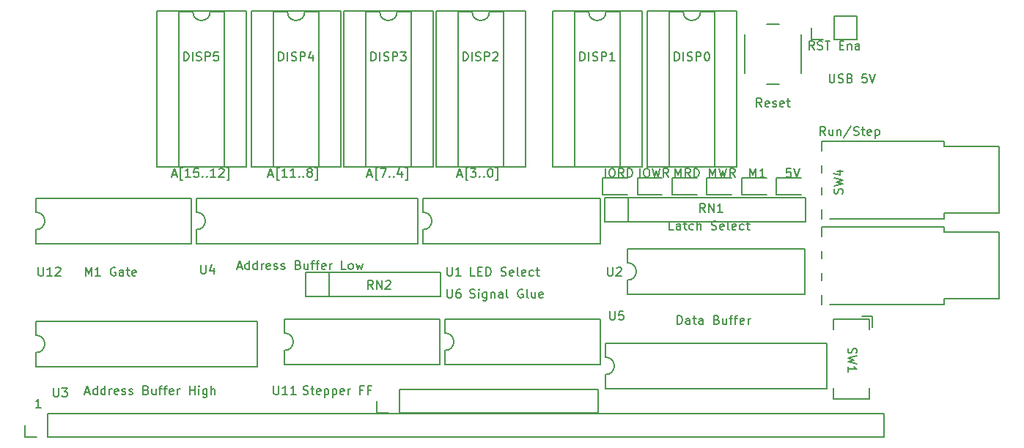
<source format=gto>
G04 #@! TF.GenerationSoftware,KiCad,Pcbnew,(5.1.0-0)*
G04 #@! TF.CreationDate,2019-04-18T13:44:00-07:00*
G04 #@! TF.ProjectId,rc2014_monitor,72633230-3134-45f6-9d6f-6e69746f722e,rev?*
G04 #@! TF.SameCoordinates,Original*
G04 #@! TF.FileFunction,Legend,Top*
G04 #@! TF.FilePolarity,Positive*
%FSLAX46Y46*%
G04 Gerber Fmt 4.6, Leading zero omitted, Abs format (unit mm)*
G04 Created by KiCad (PCBNEW (5.1.0-0)) date 2019-04-18 13:44:00*
%MOMM*%
%LPD*%
G04 APERTURE LIST*
%ADD10C,0.152400*%
G04 APERTURE END LIST*
D10*
X151196000Y-102869619D02*
X150712190Y-102869619D01*
X150712190Y-101853619D01*
X151970095Y-102869619D02*
X151970095Y-102337428D01*
X151921714Y-102240666D01*
X151824952Y-102192285D01*
X151631428Y-102192285D01*
X151534666Y-102240666D01*
X151970095Y-102821238D02*
X151873333Y-102869619D01*
X151631428Y-102869619D01*
X151534666Y-102821238D01*
X151486285Y-102724476D01*
X151486285Y-102627714D01*
X151534666Y-102530952D01*
X151631428Y-102482571D01*
X151873333Y-102482571D01*
X151970095Y-102434190D01*
X152308761Y-102192285D02*
X152695809Y-102192285D01*
X152453904Y-101853619D02*
X152453904Y-102724476D01*
X152502285Y-102821238D01*
X152599047Y-102869619D01*
X152695809Y-102869619D01*
X153469904Y-102821238D02*
X153373142Y-102869619D01*
X153179619Y-102869619D01*
X153082857Y-102821238D01*
X153034476Y-102772857D01*
X152986095Y-102676095D01*
X152986095Y-102385809D01*
X153034476Y-102289047D01*
X153082857Y-102240666D01*
X153179619Y-102192285D01*
X153373142Y-102192285D01*
X153469904Y-102240666D01*
X153905333Y-102869619D02*
X153905333Y-101853619D01*
X154340761Y-102869619D02*
X154340761Y-102337428D01*
X154292380Y-102240666D01*
X154195619Y-102192285D01*
X154050476Y-102192285D01*
X153953714Y-102240666D01*
X153905333Y-102289047D01*
X155550285Y-102821238D02*
X155695428Y-102869619D01*
X155937333Y-102869619D01*
X156034095Y-102821238D01*
X156082476Y-102772857D01*
X156130857Y-102676095D01*
X156130857Y-102579333D01*
X156082476Y-102482571D01*
X156034095Y-102434190D01*
X155937333Y-102385809D01*
X155743809Y-102337428D01*
X155647047Y-102289047D01*
X155598666Y-102240666D01*
X155550285Y-102143904D01*
X155550285Y-102047142D01*
X155598666Y-101950380D01*
X155647047Y-101902000D01*
X155743809Y-101853619D01*
X155985714Y-101853619D01*
X156130857Y-101902000D01*
X156953333Y-102821238D02*
X156856571Y-102869619D01*
X156663047Y-102869619D01*
X156566285Y-102821238D01*
X156517904Y-102724476D01*
X156517904Y-102337428D01*
X156566285Y-102240666D01*
X156663047Y-102192285D01*
X156856571Y-102192285D01*
X156953333Y-102240666D01*
X157001714Y-102337428D01*
X157001714Y-102434190D01*
X156517904Y-102530952D01*
X157582285Y-102869619D02*
X157485523Y-102821238D01*
X157437142Y-102724476D01*
X157437142Y-101853619D01*
X158356380Y-102821238D02*
X158259619Y-102869619D01*
X158066095Y-102869619D01*
X157969333Y-102821238D01*
X157920952Y-102724476D01*
X157920952Y-102337428D01*
X157969333Y-102240666D01*
X158066095Y-102192285D01*
X158259619Y-102192285D01*
X158356380Y-102240666D01*
X158404761Y-102337428D01*
X158404761Y-102434190D01*
X157920952Y-102530952D01*
X159275619Y-102821238D02*
X159178857Y-102869619D01*
X158985333Y-102869619D01*
X158888571Y-102821238D01*
X158840190Y-102772857D01*
X158791809Y-102676095D01*
X158791809Y-102385809D01*
X158840190Y-102289047D01*
X158888571Y-102240666D01*
X158985333Y-102192285D01*
X159178857Y-102192285D01*
X159275619Y-102240666D01*
X159565904Y-102192285D02*
X159952952Y-102192285D01*
X159711047Y-101853619D02*
X159711047Y-102724476D01*
X159759428Y-102821238D01*
X159856190Y-102869619D01*
X159952952Y-102869619D01*
X83269142Y-108203619D02*
X83269142Y-107187619D01*
X83607809Y-107913333D01*
X83946476Y-107187619D01*
X83946476Y-108203619D01*
X84962476Y-108203619D02*
X84381904Y-108203619D01*
X84672190Y-108203619D02*
X84672190Y-107187619D01*
X84575428Y-107332761D01*
X84478666Y-107429523D01*
X84381904Y-107477904D01*
X86704190Y-107236000D02*
X86607428Y-107187619D01*
X86462285Y-107187619D01*
X86317142Y-107236000D01*
X86220380Y-107332761D01*
X86172000Y-107429523D01*
X86123619Y-107623047D01*
X86123619Y-107768190D01*
X86172000Y-107961714D01*
X86220380Y-108058476D01*
X86317142Y-108155238D01*
X86462285Y-108203619D01*
X86559047Y-108203619D01*
X86704190Y-108155238D01*
X86752571Y-108106857D01*
X86752571Y-107768190D01*
X86559047Y-107768190D01*
X87623428Y-108203619D02*
X87623428Y-107671428D01*
X87575047Y-107574666D01*
X87478285Y-107526285D01*
X87284761Y-107526285D01*
X87188000Y-107574666D01*
X87623428Y-108155238D02*
X87526666Y-108203619D01*
X87284761Y-108203619D01*
X87188000Y-108155238D01*
X87139619Y-108058476D01*
X87139619Y-107961714D01*
X87188000Y-107864952D01*
X87284761Y-107816571D01*
X87526666Y-107816571D01*
X87623428Y-107768190D01*
X87962095Y-107526285D02*
X88349142Y-107526285D01*
X88107238Y-107187619D02*
X88107238Y-108058476D01*
X88155619Y-108155238D01*
X88252380Y-108203619D01*
X88349142Y-108203619D01*
X89074857Y-108155238D02*
X88978095Y-108203619D01*
X88784571Y-108203619D01*
X88687809Y-108155238D01*
X88639428Y-108058476D01*
X88639428Y-107671428D01*
X88687809Y-107574666D01*
X88784571Y-107526285D01*
X88978095Y-107526285D01*
X89074857Y-107574666D01*
X89123238Y-107671428D01*
X89123238Y-107768190D01*
X88639428Y-107864952D01*
X128251333Y-108203619D02*
X127767523Y-108203619D01*
X127767523Y-107187619D01*
X128590000Y-107671428D02*
X128928666Y-107671428D01*
X129073809Y-108203619D02*
X128590000Y-108203619D01*
X128590000Y-107187619D01*
X129073809Y-107187619D01*
X129509238Y-108203619D02*
X129509238Y-107187619D01*
X129751142Y-107187619D01*
X129896285Y-107236000D01*
X129993047Y-107332761D01*
X130041428Y-107429523D01*
X130089809Y-107623047D01*
X130089809Y-107768190D01*
X130041428Y-107961714D01*
X129993047Y-108058476D01*
X129896285Y-108155238D01*
X129751142Y-108203619D01*
X129509238Y-108203619D01*
X131250952Y-108155238D02*
X131396095Y-108203619D01*
X131638000Y-108203619D01*
X131734761Y-108155238D01*
X131783142Y-108106857D01*
X131831523Y-108010095D01*
X131831523Y-107913333D01*
X131783142Y-107816571D01*
X131734761Y-107768190D01*
X131638000Y-107719809D01*
X131444476Y-107671428D01*
X131347714Y-107623047D01*
X131299333Y-107574666D01*
X131250952Y-107477904D01*
X131250952Y-107381142D01*
X131299333Y-107284380D01*
X131347714Y-107236000D01*
X131444476Y-107187619D01*
X131686380Y-107187619D01*
X131831523Y-107236000D01*
X132654000Y-108155238D02*
X132557238Y-108203619D01*
X132363714Y-108203619D01*
X132266952Y-108155238D01*
X132218571Y-108058476D01*
X132218571Y-107671428D01*
X132266952Y-107574666D01*
X132363714Y-107526285D01*
X132557238Y-107526285D01*
X132654000Y-107574666D01*
X132702380Y-107671428D01*
X132702380Y-107768190D01*
X132218571Y-107864952D01*
X133282952Y-108203619D02*
X133186190Y-108155238D01*
X133137809Y-108058476D01*
X133137809Y-107187619D01*
X134057047Y-108155238D02*
X133960285Y-108203619D01*
X133766761Y-108203619D01*
X133670000Y-108155238D01*
X133621619Y-108058476D01*
X133621619Y-107671428D01*
X133670000Y-107574666D01*
X133766761Y-107526285D01*
X133960285Y-107526285D01*
X134057047Y-107574666D01*
X134105428Y-107671428D01*
X134105428Y-107768190D01*
X133621619Y-107864952D01*
X134976285Y-108155238D02*
X134879523Y-108203619D01*
X134686000Y-108203619D01*
X134589238Y-108155238D01*
X134540857Y-108106857D01*
X134492476Y-108010095D01*
X134492476Y-107719809D01*
X134540857Y-107623047D01*
X134589238Y-107574666D01*
X134686000Y-107526285D01*
X134879523Y-107526285D01*
X134976285Y-107574666D01*
X135266571Y-107526285D02*
X135653619Y-107526285D01*
X135411714Y-107187619D02*
X135411714Y-108058476D01*
X135460095Y-108155238D01*
X135556857Y-108203619D01*
X135653619Y-108203619D01*
X108390952Y-121871238D02*
X108536095Y-121919619D01*
X108778000Y-121919619D01*
X108874761Y-121871238D01*
X108923142Y-121822857D01*
X108971523Y-121726095D01*
X108971523Y-121629333D01*
X108923142Y-121532571D01*
X108874761Y-121484190D01*
X108778000Y-121435809D01*
X108584476Y-121387428D01*
X108487714Y-121339047D01*
X108439333Y-121290666D01*
X108390952Y-121193904D01*
X108390952Y-121097142D01*
X108439333Y-121000380D01*
X108487714Y-120952000D01*
X108584476Y-120903619D01*
X108826380Y-120903619D01*
X108971523Y-120952000D01*
X109261809Y-121242285D02*
X109648857Y-121242285D01*
X109406952Y-120903619D02*
X109406952Y-121774476D01*
X109455333Y-121871238D01*
X109552095Y-121919619D01*
X109648857Y-121919619D01*
X110374571Y-121871238D02*
X110277809Y-121919619D01*
X110084285Y-121919619D01*
X109987523Y-121871238D01*
X109939142Y-121774476D01*
X109939142Y-121387428D01*
X109987523Y-121290666D01*
X110084285Y-121242285D01*
X110277809Y-121242285D01*
X110374571Y-121290666D01*
X110422952Y-121387428D01*
X110422952Y-121484190D01*
X109939142Y-121580952D01*
X110858380Y-121242285D02*
X110858380Y-122258285D01*
X110858380Y-121290666D02*
X110955142Y-121242285D01*
X111148666Y-121242285D01*
X111245428Y-121290666D01*
X111293809Y-121339047D01*
X111342190Y-121435809D01*
X111342190Y-121726095D01*
X111293809Y-121822857D01*
X111245428Y-121871238D01*
X111148666Y-121919619D01*
X110955142Y-121919619D01*
X110858380Y-121871238D01*
X111777619Y-121242285D02*
X111777619Y-122258285D01*
X111777619Y-121290666D02*
X111874380Y-121242285D01*
X112067904Y-121242285D01*
X112164666Y-121290666D01*
X112213047Y-121339047D01*
X112261428Y-121435809D01*
X112261428Y-121726095D01*
X112213047Y-121822857D01*
X112164666Y-121871238D01*
X112067904Y-121919619D01*
X111874380Y-121919619D01*
X111777619Y-121871238D01*
X113083904Y-121871238D02*
X112987142Y-121919619D01*
X112793619Y-121919619D01*
X112696857Y-121871238D01*
X112648476Y-121774476D01*
X112648476Y-121387428D01*
X112696857Y-121290666D01*
X112793619Y-121242285D01*
X112987142Y-121242285D01*
X113083904Y-121290666D01*
X113132285Y-121387428D01*
X113132285Y-121484190D01*
X112648476Y-121580952D01*
X113567714Y-121919619D02*
X113567714Y-121242285D01*
X113567714Y-121435809D02*
X113616095Y-121339047D01*
X113664476Y-121290666D01*
X113761238Y-121242285D01*
X113858000Y-121242285D01*
X115309428Y-121387428D02*
X114970761Y-121387428D01*
X114970761Y-121919619D02*
X114970761Y-120903619D01*
X115454571Y-120903619D01*
X116180285Y-121387428D02*
X115841619Y-121387428D01*
X115841619Y-121919619D02*
X115841619Y-120903619D01*
X116325428Y-120903619D01*
X127658666Y-110695238D02*
X127803809Y-110743619D01*
X128045714Y-110743619D01*
X128142476Y-110695238D01*
X128190857Y-110646857D01*
X128239238Y-110550095D01*
X128239238Y-110453333D01*
X128190857Y-110356571D01*
X128142476Y-110308190D01*
X128045714Y-110259809D01*
X127852190Y-110211428D01*
X127755428Y-110163047D01*
X127707047Y-110114666D01*
X127658666Y-110017904D01*
X127658666Y-109921142D01*
X127707047Y-109824380D01*
X127755428Y-109776000D01*
X127852190Y-109727619D01*
X128094095Y-109727619D01*
X128239238Y-109776000D01*
X128674666Y-110743619D02*
X128674666Y-110066285D01*
X128674666Y-109727619D02*
X128626285Y-109776000D01*
X128674666Y-109824380D01*
X128723047Y-109776000D01*
X128674666Y-109727619D01*
X128674666Y-109824380D01*
X129593904Y-110066285D02*
X129593904Y-110888761D01*
X129545523Y-110985523D01*
X129497142Y-111033904D01*
X129400380Y-111082285D01*
X129255238Y-111082285D01*
X129158476Y-111033904D01*
X129593904Y-110695238D02*
X129497142Y-110743619D01*
X129303619Y-110743619D01*
X129206857Y-110695238D01*
X129158476Y-110646857D01*
X129110095Y-110550095D01*
X129110095Y-110259809D01*
X129158476Y-110163047D01*
X129206857Y-110114666D01*
X129303619Y-110066285D01*
X129497142Y-110066285D01*
X129593904Y-110114666D01*
X130077714Y-110066285D02*
X130077714Y-110743619D01*
X130077714Y-110163047D02*
X130126095Y-110114666D01*
X130222857Y-110066285D01*
X130368000Y-110066285D01*
X130464761Y-110114666D01*
X130513142Y-110211428D01*
X130513142Y-110743619D01*
X131432380Y-110743619D02*
X131432380Y-110211428D01*
X131384000Y-110114666D01*
X131287238Y-110066285D01*
X131093714Y-110066285D01*
X130996952Y-110114666D01*
X131432380Y-110695238D02*
X131335619Y-110743619D01*
X131093714Y-110743619D01*
X130996952Y-110695238D01*
X130948571Y-110598476D01*
X130948571Y-110501714D01*
X130996952Y-110404952D01*
X131093714Y-110356571D01*
X131335619Y-110356571D01*
X131432380Y-110308190D01*
X132061333Y-110743619D02*
X131964571Y-110695238D01*
X131916190Y-110598476D01*
X131916190Y-109727619D01*
X133754666Y-109776000D02*
X133657904Y-109727619D01*
X133512761Y-109727619D01*
X133367619Y-109776000D01*
X133270857Y-109872761D01*
X133222476Y-109969523D01*
X133174095Y-110163047D01*
X133174095Y-110308190D01*
X133222476Y-110501714D01*
X133270857Y-110598476D01*
X133367619Y-110695238D01*
X133512761Y-110743619D01*
X133609523Y-110743619D01*
X133754666Y-110695238D01*
X133803047Y-110646857D01*
X133803047Y-110308190D01*
X133609523Y-110308190D01*
X134383619Y-110743619D02*
X134286857Y-110695238D01*
X134238476Y-110598476D01*
X134238476Y-109727619D01*
X135206095Y-110066285D02*
X135206095Y-110743619D01*
X134770666Y-110066285D02*
X134770666Y-110598476D01*
X134819047Y-110695238D01*
X134915809Y-110743619D01*
X135060952Y-110743619D01*
X135157714Y-110695238D01*
X135206095Y-110646857D01*
X136076952Y-110695238D02*
X135980190Y-110743619D01*
X135786666Y-110743619D01*
X135689904Y-110695238D01*
X135641523Y-110598476D01*
X135641523Y-110211428D01*
X135689904Y-110114666D01*
X135786666Y-110066285D01*
X135980190Y-110066285D01*
X136076952Y-110114666D01*
X136125333Y-110211428D01*
X136125333Y-110308190D01*
X135641523Y-110404952D01*
X151607238Y-113791619D02*
X151607238Y-112775619D01*
X151849142Y-112775619D01*
X151994285Y-112824000D01*
X152091047Y-112920761D01*
X152139428Y-113017523D01*
X152187809Y-113211047D01*
X152187809Y-113356190D01*
X152139428Y-113549714D01*
X152091047Y-113646476D01*
X151994285Y-113743238D01*
X151849142Y-113791619D01*
X151607238Y-113791619D01*
X153058666Y-113791619D02*
X153058666Y-113259428D01*
X153010285Y-113162666D01*
X152913523Y-113114285D01*
X152720000Y-113114285D01*
X152623238Y-113162666D01*
X153058666Y-113743238D02*
X152961904Y-113791619D01*
X152720000Y-113791619D01*
X152623238Y-113743238D01*
X152574857Y-113646476D01*
X152574857Y-113549714D01*
X152623238Y-113452952D01*
X152720000Y-113404571D01*
X152961904Y-113404571D01*
X153058666Y-113356190D01*
X153397333Y-113114285D02*
X153784380Y-113114285D01*
X153542476Y-112775619D02*
X153542476Y-113646476D01*
X153590857Y-113743238D01*
X153687619Y-113791619D01*
X153784380Y-113791619D01*
X154558476Y-113791619D02*
X154558476Y-113259428D01*
X154510095Y-113162666D01*
X154413333Y-113114285D01*
X154219809Y-113114285D01*
X154123047Y-113162666D01*
X154558476Y-113743238D02*
X154461714Y-113791619D01*
X154219809Y-113791619D01*
X154123047Y-113743238D01*
X154074666Y-113646476D01*
X154074666Y-113549714D01*
X154123047Y-113452952D01*
X154219809Y-113404571D01*
X154461714Y-113404571D01*
X154558476Y-113356190D01*
X156155047Y-113259428D02*
X156300190Y-113307809D01*
X156348571Y-113356190D01*
X156396952Y-113452952D01*
X156396952Y-113598095D01*
X156348571Y-113694857D01*
X156300190Y-113743238D01*
X156203428Y-113791619D01*
X155816380Y-113791619D01*
X155816380Y-112775619D01*
X156155047Y-112775619D01*
X156251809Y-112824000D01*
X156300190Y-112872380D01*
X156348571Y-112969142D01*
X156348571Y-113065904D01*
X156300190Y-113162666D01*
X156251809Y-113211047D01*
X156155047Y-113259428D01*
X155816380Y-113259428D01*
X157267809Y-113114285D02*
X157267809Y-113791619D01*
X156832380Y-113114285D02*
X156832380Y-113646476D01*
X156880761Y-113743238D01*
X156977523Y-113791619D01*
X157122666Y-113791619D01*
X157219428Y-113743238D01*
X157267809Y-113694857D01*
X157606476Y-113114285D02*
X157993523Y-113114285D01*
X157751619Y-113791619D02*
X157751619Y-112920761D01*
X157800000Y-112824000D01*
X157896761Y-112775619D01*
X157993523Y-112775619D01*
X158187047Y-113114285D02*
X158574095Y-113114285D01*
X158332190Y-113791619D02*
X158332190Y-112920761D01*
X158380571Y-112824000D01*
X158477333Y-112775619D01*
X158574095Y-112775619D01*
X159299809Y-113743238D02*
X159203047Y-113791619D01*
X159009523Y-113791619D01*
X158912761Y-113743238D01*
X158864380Y-113646476D01*
X158864380Y-113259428D01*
X158912761Y-113162666D01*
X159009523Y-113114285D01*
X159203047Y-113114285D01*
X159299809Y-113162666D01*
X159348190Y-113259428D01*
X159348190Y-113356190D01*
X158864380Y-113452952D01*
X159783619Y-113791619D02*
X159783619Y-113114285D01*
X159783619Y-113307809D02*
X159832000Y-113211047D01*
X159880380Y-113162666D01*
X159977142Y-113114285D01*
X160073904Y-113114285D01*
X100807238Y-107151333D02*
X101291047Y-107151333D01*
X100710476Y-107441619D02*
X101049142Y-106425619D01*
X101387809Y-107441619D01*
X102161904Y-107441619D02*
X102161904Y-106425619D01*
X102161904Y-107393238D02*
X102065142Y-107441619D01*
X101871619Y-107441619D01*
X101774857Y-107393238D01*
X101726476Y-107344857D01*
X101678095Y-107248095D01*
X101678095Y-106957809D01*
X101726476Y-106861047D01*
X101774857Y-106812666D01*
X101871619Y-106764285D01*
X102065142Y-106764285D01*
X102161904Y-106812666D01*
X103081142Y-107441619D02*
X103081142Y-106425619D01*
X103081142Y-107393238D02*
X102984380Y-107441619D01*
X102790857Y-107441619D01*
X102694095Y-107393238D01*
X102645714Y-107344857D01*
X102597333Y-107248095D01*
X102597333Y-106957809D01*
X102645714Y-106861047D01*
X102694095Y-106812666D01*
X102790857Y-106764285D01*
X102984380Y-106764285D01*
X103081142Y-106812666D01*
X103564952Y-107441619D02*
X103564952Y-106764285D01*
X103564952Y-106957809D02*
X103613333Y-106861047D01*
X103661714Y-106812666D01*
X103758476Y-106764285D01*
X103855238Y-106764285D01*
X104580952Y-107393238D02*
X104484190Y-107441619D01*
X104290666Y-107441619D01*
X104193904Y-107393238D01*
X104145523Y-107296476D01*
X104145523Y-106909428D01*
X104193904Y-106812666D01*
X104290666Y-106764285D01*
X104484190Y-106764285D01*
X104580952Y-106812666D01*
X104629333Y-106909428D01*
X104629333Y-107006190D01*
X104145523Y-107102952D01*
X105016380Y-107393238D02*
X105113142Y-107441619D01*
X105306666Y-107441619D01*
X105403428Y-107393238D01*
X105451809Y-107296476D01*
X105451809Y-107248095D01*
X105403428Y-107151333D01*
X105306666Y-107102952D01*
X105161523Y-107102952D01*
X105064761Y-107054571D01*
X105016380Y-106957809D01*
X105016380Y-106909428D01*
X105064761Y-106812666D01*
X105161523Y-106764285D01*
X105306666Y-106764285D01*
X105403428Y-106812666D01*
X105838857Y-107393238D02*
X105935619Y-107441619D01*
X106129142Y-107441619D01*
X106225904Y-107393238D01*
X106274285Y-107296476D01*
X106274285Y-107248095D01*
X106225904Y-107151333D01*
X106129142Y-107102952D01*
X105984000Y-107102952D01*
X105887238Y-107054571D01*
X105838857Y-106957809D01*
X105838857Y-106909428D01*
X105887238Y-106812666D01*
X105984000Y-106764285D01*
X106129142Y-106764285D01*
X106225904Y-106812666D01*
X107822476Y-106909428D02*
X107967619Y-106957809D01*
X108016000Y-107006190D01*
X108064380Y-107102952D01*
X108064380Y-107248095D01*
X108016000Y-107344857D01*
X107967619Y-107393238D01*
X107870857Y-107441619D01*
X107483809Y-107441619D01*
X107483809Y-106425619D01*
X107822476Y-106425619D01*
X107919238Y-106474000D01*
X107967619Y-106522380D01*
X108016000Y-106619142D01*
X108016000Y-106715904D01*
X107967619Y-106812666D01*
X107919238Y-106861047D01*
X107822476Y-106909428D01*
X107483809Y-106909428D01*
X108935238Y-106764285D02*
X108935238Y-107441619D01*
X108499809Y-106764285D02*
X108499809Y-107296476D01*
X108548190Y-107393238D01*
X108644952Y-107441619D01*
X108790095Y-107441619D01*
X108886857Y-107393238D01*
X108935238Y-107344857D01*
X109273904Y-106764285D02*
X109660952Y-106764285D01*
X109419047Y-107441619D02*
X109419047Y-106570761D01*
X109467428Y-106474000D01*
X109564190Y-106425619D01*
X109660952Y-106425619D01*
X109854476Y-106764285D02*
X110241523Y-106764285D01*
X109999619Y-107441619D02*
X109999619Y-106570761D01*
X110048000Y-106474000D01*
X110144761Y-106425619D01*
X110241523Y-106425619D01*
X110967238Y-107393238D02*
X110870476Y-107441619D01*
X110676952Y-107441619D01*
X110580190Y-107393238D01*
X110531809Y-107296476D01*
X110531809Y-106909428D01*
X110580190Y-106812666D01*
X110676952Y-106764285D01*
X110870476Y-106764285D01*
X110967238Y-106812666D01*
X111015619Y-106909428D01*
X111015619Y-107006190D01*
X110531809Y-107102952D01*
X111451047Y-107441619D02*
X111451047Y-106764285D01*
X111451047Y-106957809D02*
X111499428Y-106861047D01*
X111547809Y-106812666D01*
X111644571Y-106764285D01*
X111741333Y-106764285D01*
X113337904Y-107441619D02*
X112854095Y-107441619D01*
X112854095Y-106425619D01*
X113821714Y-107441619D02*
X113724952Y-107393238D01*
X113676571Y-107344857D01*
X113628190Y-107248095D01*
X113628190Y-106957809D01*
X113676571Y-106861047D01*
X113724952Y-106812666D01*
X113821714Y-106764285D01*
X113966857Y-106764285D01*
X114063619Y-106812666D01*
X114112000Y-106861047D01*
X114160380Y-106957809D01*
X114160380Y-107248095D01*
X114112000Y-107344857D01*
X114063619Y-107393238D01*
X113966857Y-107441619D01*
X113821714Y-107441619D01*
X114499047Y-106764285D02*
X114692571Y-107441619D01*
X114886095Y-106957809D01*
X115079619Y-107441619D01*
X115273142Y-106764285D01*
X83244952Y-121629333D02*
X83728761Y-121629333D01*
X83148190Y-121919619D02*
X83486857Y-120903619D01*
X83825523Y-121919619D01*
X84599619Y-121919619D02*
X84599619Y-120903619D01*
X84599619Y-121871238D02*
X84502857Y-121919619D01*
X84309333Y-121919619D01*
X84212571Y-121871238D01*
X84164190Y-121822857D01*
X84115809Y-121726095D01*
X84115809Y-121435809D01*
X84164190Y-121339047D01*
X84212571Y-121290666D01*
X84309333Y-121242285D01*
X84502857Y-121242285D01*
X84599619Y-121290666D01*
X85518857Y-121919619D02*
X85518857Y-120903619D01*
X85518857Y-121871238D02*
X85422095Y-121919619D01*
X85228571Y-121919619D01*
X85131809Y-121871238D01*
X85083428Y-121822857D01*
X85035047Y-121726095D01*
X85035047Y-121435809D01*
X85083428Y-121339047D01*
X85131809Y-121290666D01*
X85228571Y-121242285D01*
X85422095Y-121242285D01*
X85518857Y-121290666D01*
X86002666Y-121919619D02*
X86002666Y-121242285D01*
X86002666Y-121435809D02*
X86051047Y-121339047D01*
X86099428Y-121290666D01*
X86196190Y-121242285D01*
X86292952Y-121242285D01*
X87018666Y-121871238D02*
X86921904Y-121919619D01*
X86728380Y-121919619D01*
X86631619Y-121871238D01*
X86583238Y-121774476D01*
X86583238Y-121387428D01*
X86631619Y-121290666D01*
X86728380Y-121242285D01*
X86921904Y-121242285D01*
X87018666Y-121290666D01*
X87067047Y-121387428D01*
X87067047Y-121484190D01*
X86583238Y-121580952D01*
X87454095Y-121871238D02*
X87550857Y-121919619D01*
X87744380Y-121919619D01*
X87841142Y-121871238D01*
X87889523Y-121774476D01*
X87889523Y-121726095D01*
X87841142Y-121629333D01*
X87744380Y-121580952D01*
X87599238Y-121580952D01*
X87502476Y-121532571D01*
X87454095Y-121435809D01*
X87454095Y-121387428D01*
X87502476Y-121290666D01*
X87599238Y-121242285D01*
X87744380Y-121242285D01*
X87841142Y-121290666D01*
X88276571Y-121871238D02*
X88373333Y-121919619D01*
X88566857Y-121919619D01*
X88663619Y-121871238D01*
X88712000Y-121774476D01*
X88712000Y-121726095D01*
X88663619Y-121629333D01*
X88566857Y-121580952D01*
X88421714Y-121580952D01*
X88324952Y-121532571D01*
X88276571Y-121435809D01*
X88276571Y-121387428D01*
X88324952Y-121290666D01*
X88421714Y-121242285D01*
X88566857Y-121242285D01*
X88663619Y-121290666D01*
X90260190Y-121387428D02*
X90405333Y-121435809D01*
X90453714Y-121484190D01*
X90502095Y-121580952D01*
X90502095Y-121726095D01*
X90453714Y-121822857D01*
X90405333Y-121871238D01*
X90308571Y-121919619D01*
X89921523Y-121919619D01*
X89921523Y-120903619D01*
X90260190Y-120903619D01*
X90356952Y-120952000D01*
X90405333Y-121000380D01*
X90453714Y-121097142D01*
X90453714Y-121193904D01*
X90405333Y-121290666D01*
X90356952Y-121339047D01*
X90260190Y-121387428D01*
X89921523Y-121387428D01*
X91372952Y-121242285D02*
X91372952Y-121919619D01*
X90937523Y-121242285D02*
X90937523Y-121774476D01*
X90985904Y-121871238D01*
X91082666Y-121919619D01*
X91227809Y-121919619D01*
X91324571Y-121871238D01*
X91372952Y-121822857D01*
X91711619Y-121242285D02*
X92098666Y-121242285D01*
X91856761Y-121919619D02*
X91856761Y-121048761D01*
X91905142Y-120952000D01*
X92001904Y-120903619D01*
X92098666Y-120903619D01*
X92292190Y-121242285D02*
X92679238Y-121242285D01*
X92437333Y-121919619D02*
X92437333Y-121048761D01*
X92485714Y-120952000D01*
X92582476Y-120903619D01*
X92679238Y-120903619D01*
X93404952Y-121871238D02*
X93308190Y-121919619D01*
X93114666Y-121919619D01*
X93017904Y-121871238D01*
X92969523Y-121774476D01*
X92969523Y-121387428D01*
X93017904Y-121290666D01*
X93114666Y-121242285D01*
X93308190Y-121242285D01*
X93404952Y-121290666D01*
X93453333Y-121387428D01*
X93453333Y-121484190D01*
X92969523Y-121580952D01*
X93888761Y-121919619D02*
X93888761Y-121242285D01*
X93888761Y-121435809D02*
X93937142Y-121339047D01*
X93985523Y-121290666D01*
X94082285Y-121242285D01*
X94179047Y-121242285D01*
X95291809Y-121919619D02*
X95291809Y-120903619D01*
X95291809Y-121387428D02*
X95872380Y-121387428D01*
X95872380Y-121919619D02*
X95872380Y-120903619D01*
X96356190Y-121919619D02*
X96356190Y-121242285D01*
X96356190Y-120903619D02*
X96307809Y-120952000D01*
X96356190Y-121000380D01*
X96404571Y-120952000D01*
X96356190Y-120903619D01*
X96356190Y-121000380D01*
X97275428Y-121242285D02*
X97275428Y-122064761D01*
X97227047Y-122161523D01*
X97178666Y-122209904D01*
X97081904Y-122258285D01*
X96936761Y-122258285D01*
X96840000Y-122209904D01*
X97275428Y-121871238D02*
X97178666Y-121919619D01*
X96985142Y-121919619D01*
X96888380Y-121871238D01*
X96840000Y-121822857D01*
X96791619Y-121726095D01*
X96791619Y-121435809D01*
X96840000Y-121339047D01*
X96888380Y-121290666D01*
X96985142Y-121242285D01*
X97178666Y-121242285D01*
X97275428Y-121290666D01*
X97759238Y-121919619D02*
X97759238Y-120903619D01*
X98194666Y-121919619D02*
X98194666Y-121387428D01*
X98146285Y-121290666D01*
X98049523Y-121242285D01*
X97904380Y-121242285D01*
X97807619Y-121290666D01*
X97759238Y-121339047D01*
X168709904Y-91947619D02*
X168371238Y-91463809D01*
X168129333Y-91947619D02*
X168129333Y-90931619D01*
X168516380Y-90931619D01*
X168613142Y-90980000D01*
X168661523Y-91028380D01*
X168709904Y-91125142D01*
X168709904Y-91270285D01*
X168661523Y-91367047D01*
X168613142Y-91415428D01*
X168516380Y-91463809D01*
X168129333Y-91463809D01*
X169580761Y-91270285D02*
X169580761Y-91947619D01*
X169145333Y-91270285D02*
X169145333Y-91802476D01*
X169193714Y-91899238D01*
X169290476Y-91947619D01*
X169435619Y-91947619D01*
X169532380Y-91899238D01*
X169580761Y-91850857D01*
X170064571Y-91270285D02*
X170064571Y-91947619D01*
X170064571Y-91367047D02*
X170112952Y-91318666D01*
X170209714Y-91270285D01*
X170354857Y-91270285D01*
X170451619Y-91318666D01*
X170500000Y-91415428D01*
X170500000Y-91947619D01*
X171709523Y-90883238D02*
X170838666Y-92189523D01*
X171999809Y-91899238D02*
X172144952Y-91947619D01*
X172386857Y-91947619D01*
X172483619Y-91899238D01*
X172532000Y-91850857D01*
X172580380Y-91754095D01*
X172580380Y-91657333D01*
X172532000Y-91560571D01*
X172483619Y-91512190D01*
X172386857Y-91463809D01*
X172193333Y-91415428D01*
X172096571Y-91367047D01*
X172048190Y-91318666D01*
X171999809Y-91221904D01*
X171999809Y-91125142D01*
X172048190Y-91028380D01*
X172096571Y-90980000D01*
X172193333Y-90931619D01*
X172435238Y-90931619D01*
X172580380Y-90980000D01*
X172870666Y-91270285D02*
X173257714Y-91270285D01*
X173015809Y-90931619D02*
X173015809Y-91802476D01*
X173064190Y-91899238D01*
X173160952Y-91947619D01*
X173257714Y-91947619D01*
X173983428Y-91899238D02*
X173886666Y-91947619D01*
X173693142Y-91947619D01*
X173596380Y-91899238D01*
X173548000Y-91802476D01*
X173548000Y-91415428D01*
X173596380Y-91318666D01*
X173693142Y-91270285D01*
X173886666Y-91270285D01*
X173983428Y-91318666D01*
X174031809Y-91415428D01*
X174031809Y-91512190D01*
X173548000Y-91608952D01*
X174467238Y-91270285D02*
X174467238Y-92286285D01*
X174467238Y-91318666D02*
X174564000Y-91270285D01*
X174757523Y-91270285D01*
X174854285Y-91318666D01*
X174902666Y-91367047D01*
X174951047Y-91463809D01*
X174951047Y-91754095D01*
X174902666Y-91850857D01*
X174854285Y-91899238D01*
X174757523Y-91947619D01*
X174564000Y-91947619D01*
X174467238Y-91899238D01*
X78080285Y-123443619D02*
X77499714Y-123443619D01*
X77790000Y-123443619D02*
X77790000Y-122427619D01*
X77693238Y-122572761D01*
X77596476Y-122669523D01*
X77499714Y-122717904D01*
X126219333Y-96483333D02*
X126703142Y-96483333D01*
X126122571Y-96773619D02*
X126461238Y-95757619D01*
X126799904Y-96773619D01*
X127428857Y-97112285D02*
X127186952Y-97112285D01*
X127186952Y-95660857D01*
X127428857Y-95660857D01*
X127719142Y-95757619D02*
X128348095Y-95757619D01*
X128009428Y-96144666D01*
X128154571Y-96144666D01*
X128251333Y-96193047D01*
X128299714Y-96241428D01*
X128348095Y-96338190D01*
X128348095Y-96580095D01*
X128299714Y-96676857D01*
X128251333Y-96725238D01*
X128154571Y-96773619D01*
X127864285Y-96773619D01*
X127767523Y-96725238D01*
X127719142Y-96676857D01*
X128783523Y-96676857D02*
X128831904Y-96725238D01*
X128783523Y-96773619D01*
X128735142Y-96725238D01*
X128783523Y-96676857D01*
X128783523Y-96773619D01*
X129267333Y-96676857D02*
X129315714Y-96725238D01*
X129267333Y-96773619D01*
X129218952Y-96725238D01*
X129267333Y-96676857D01*
X129267333Y-96773619D01*
X129944666Y-95757619D02*
X130041428Y-95757619D01*
X130138190Y-95806000D01*
X130186571Y-95854380D01*
X130234952Y-95951142D01*
X130283333Y-96144666D01*
X130283333Y-96386571D01*
X130234952Y-96580095D01*
X130186571Y-96676857D01*
X130138190Y-96725238D01*
X130041428Y-96773619D01*
X129944666Y-96773619D01*
X129847904Y-96725238D01*
X129799523Y-96676857D01*
X129751142Y-96580095D01*
X129702761Y-96386571D01*
X129702761Y-96144666D01*
X129751142Y-95951142D01*
X129799523Y-95854380D01*
X129847904Y-95806000D01*
X129944666Y-95757619D01*
X130622000Y-97112285D02*
X130863904Y-97112285D01*
X130863904Y-95660857D01*
X130622000Y-95660857D01*
X115805333Y-96483333D02*
X116289142Y-96483333D01*
X115708571Y-96773619D02*
X116047238Y-95757619D01*
X116385904Y-96773619D01*
X117014857Y-97112285D02*
X116772952Y-97112285D01*
X116772952Y-95660857D01*
X117014857Y-95660857D01*
X117305142Y-95757619D02*
X117982476Y-95757619D01*
X117547047Y-96773619D01*
X118369523Y-96676857D02*
X118417904Y-96725238D01*
X118369523Y-96773619D01*
X118321142Y-96725238D01*
X118369523Y-96676857D01*
X118369523Y-96773619D01*
X118853333Y-96676857D02*
X118901714Y-96725238D01*
X118853333Y-96773619D01*
X118804952Y-96725238D01*
X118853333Y-96676857D01*
X118853333Y-96773619D01*
X119772571Y-96096285D02*
X119772571Y-96773619D01*
X119530666Y-95709238D02*
X119288761Y-96434952D01*
X119917714Y-96434952D01*
X120208000Y-97112285D02*
X120449904Y-97112285D01*
X120449904Y-95660857D01*
X120208000Y-95660857D01*
X104399523Y-96483333D02*
X104883333Y-96483333D01*
X104302761Y-96773619D02*
X104641428Y-95757619D01*
X104980095Y-96773619D01*
X105609047Y-97112285D02*
X105367142Y-97112285D01*
X105367142Y-95660857D01*
X105609047Y-95660857D01*
X106528285Y-96773619D02*
X105947714Y-96773619D01*
X106238000Y-96773619D02*
X106238000Y-95757619D01*
X106141238Y-95902761D01*
X106044476Y-95999523D01*
X105947714Y-96047904D01*
X107495904Y-96773619D02*
X106915333Y-96773619D01*
X107205619Y-96773619D02*
X107205619Y-95757619D01*
X107108857Y-95902761D01*
X107012095Y-95999523D01*
X106915333Y-96047904D01*
X107931333Y-96676857D02*
X107979714Y-96725238D01*
X107931333Y-96773619D01*
X107882952Y-96725238D01*
X107931333Y-96676857D01*
X107931333Y-96773619D01*
X108415142Y-96676857D02*
X108463523Y-96725238D01*
X108415142Y-96773619D01*
X108366761Y-96725238D01*
X108415142Y-96676857D01*
X108415142Y-96773619D01*
X109044095Y-96193047D02*
X108947333Y-96144666D01*
X108898952Y-96096285D01*
X108850571Y-95999523D01*
X108850571Y-95951142D01*
X108898952Y-95854380D01*
X108947333Y-95806000D01*
X109044095Y-95757619D01*
X109237619Y-95757619D01*
X109334380Y-95806000D01*
X109382761Y-95854380D01*
X109431142Y-95951142D01*
X109431142Y-95999523D01*
X109382761Y-96096285D01*
X109334380Y-96144666D01*
X109237619Y-96193047D01*
X109044095Y-96193047D01*
X108947333Y-96241428D01*
X108898952Y-96289809D01*
X108850571Y-96386571D01*
X108850571Y-96580095D01*
X108898952Y-96676857D01*
X108947333Y-96725238D01*
X109044095Y-96773619D01*
X109237619Y-96773619D01*
X109334380Y-96725238D01*
X109382761Y-96676857D01*
X109431142Y-96580095D01*
X109431142Y-96386571D01*
X109382761Y-96289809D01*
X109334380Y-96241428D01*
X109237619Y-96193047D01*
X109769809Y-97112285D02*
X110011714Y-97112285D01*
X110011714Y-95660857D01*
X109769809Y-95660857D01*
X93247714Y-96483333D02*
X93731523Y-96483333D01*
X93150952Y-96773619D02*
X93489619Y-95757619D01*
X93828285Y-96773619D01*
X94457238Y-97112285D02*
X94215333Y-97112285D01*
X94215333Y-95660857D01*
X94457238Y-95660857D01*
X95376476Y-96773619D02*
X94795904Y-96773619D01*
X95086190Y-96773619D02*
X95086190Y-95757619D01*
X94989428Y-95902761D01*
X94892666Y-95999523D01*
X94795904Y-96047904D01*
X96295714Y-95757619D02*
X95811904Y-95757619D01*
X95763523Y-96241428D01*
X95811904Y-96193047D01*
X95908666Y-96144666D01*
X96150571Y-96144666D01*
X96247333Y-96193047D01*
X96295714Y-96241428D01*
X96344095Y-96338190D01*
X96344095Y-96580095D01*
X96295714Y-96676857D01*
X96247333Y-96725238D01*
X96150571Y-96773619D01*
X95908666Y-96773619D01*
X95811904Y-96725238D01*
X95763523Y-96676857D01*
X96779523Y-96676857D02*
X96827904Y-96725238D01*
X96779523Y-96773619D01*
X96731142Y-96725238D01*
X96779523Y-96676857D01*
X96779523Y-96773619D01*
X97263333Y-96676857D02*
X97311714Y-96725238D01*
X97263333Y-96773619D01*
X97214952Y-96725238D01*
X97263333Y-96676857D01*
X97263333Y-96773619D01*
X98279333Y-96773619D02*
X97698761Y-96773619D01*
X97989047Y-96773619D02*
X97989047Y-95757619D01*
X97892285Y-95902761D01*
X97795523Y-95999523D01*
X97698761Y-96047904D01*
X98666380Y-95854380D02*
X98714761Y-95806000D01*
X98811523Y-95757619D01*
X99053428Y-95757619D01*
X99150190Y-95806000D01*
X99198571Y-95854380D01*
X99246952Y-95951142D01*
X99246952Y-96047904D01*
X99198571Y-96193047D01*
X98618000Y-96773619D01*
X99246952Y-96773619D01*
X99585619Y-97112285D02*
X99827523Y-97112285D01*
X99827523Y-95660857D01*
X99585619Y-95660857D01*
X167415714Y-82041619D02*
X167077047Y-81557809D01*
X166835142Y-82041619D02*
X166835142Y-81025619D01*
X167222190Y-81025619D01*
X167318952Y-81074000D01*
X167367333Y-81122380D01*
X167415714Y-81219142D01*
X167415714Y-81364285D01*
X167367333Y-81461047D01*
X167318952Y-81509428D01*
X167222190Y-81557809D01*
X166835142Y-81557809D01*
X167802761Y-81993238D02*
X167947904Y-82041619D01*
X168189809Y-82041619D01*
X168286571Y-81993238D01*
X168334952Y-81944857D01*
X168383333Y-81848095D01*
X168383333Y-81751333D01*
X168334952Y-81654571D01*
X168286571Y-81606190D01*
X168189809Y-81557809D01*
X167996285Y-81509428D01*
X167899523Y-81461047D01*
X167851142Y-81412666D01*
X167802761Y-81315904D01*
X167802761Y-81219142D01*
X167851142Y-81122380D01*
X167899523Y-81074000D01*
X167996285Y-81025619D01*
X168238190Y-81025619D01*
X168383333Y-81074000D01*
X168673619Y-81025619D02*
X169254190Y-81025619D01*
X168963904Y-82041619D02*
X168963904Y-81025619D01*
X170366952Y-81509428D02*
X170705619Y-81509428D01*
X170850761Y-82041619D02*
X170366952Y-82041619D01*
X170366952Y-81025619D01*
X170850761Y-81025619D01*
X171286190Y-81364285D02*
X171286190Y-82041619D01*
X171286190Y-81461047D02*
X171334571Y-81412666D01*
X171431333Y-81364285D01*
X171576476Y-81364285D01*
X171673238Y-81412666D01*
X171721619Y-81509428D01*
X171721619Y-82041619D01*
X172640857Y-82041619D02*
X172640857Y-81509428D01*
X172592476Y-81412666D01*
X172495714Y-81364285D01*
X172302190Y-81364285D01*
X172205428Y-81412666D01*
X172640857Y-81993238D02*
X172544095Y-82041619D01*
X172302190Y-82041619D01*
X172205428Y-81993238D01*
X172157047Y-81896476D01*
X172157047Y-81799714D01*
X172205428Y-81702952D01*
X172302190Y-81654571D01*
X172544095Y-81654571D01*
X172640857Y-81606190D01*
X169181619Y-84835619D02*
X169181619Y-85658095D01*
X169230000Y-85754857D01*
X169278380Y-85803238D01*
X169375142Y-85851619D01*
X169568666Y-85851619D01*
X169665428Y-85803238D01*
X169713809Y-85754857D01*
X169762190Y-85658095D01*
X169762190Y-84835619D01*
X170197619Y-85803238D02*
X170342761Y-85851619D01*
X170584666Y-85851619D01*
X170681428Y-85803238D01*
X170729809Y-85754857D01*
X170778190Y-85658095D01*
X170778190Y-85561333D01*
X170729809Y-85464571D01*
X170681428Y-85416190D01*
X170584666Y-85367809D01*
X170391142Y-85319428D01*
X170294380Y-85271047D01*
X170246000Y-85222666D01*
X170197619Y-85125904D01*
X170197619Y-85029142D01*
X170246000Y-84932380D01*
X170294380Y-84884000D01*
X170391142Y-84835619D01*
X170633047Y-84835619D01*
X170778190Y-84884000D01*
X171552285Y-85319428D02*
X171697428Y-85367809D01*
X171745809Y-85416190D01*
X171794190Y-85512952D01*
X171794190Y-85658095D01*
X171745809Y-85754857D01*
X171697428Y-85803238D01*
X171600666Y-85851619D01*
X171213619Y-85851619D01*
X171213619Y-84835619D01*
X171552285Y-84835619D01*
X171649047Y-84884000D01*
X171697428Y-84932380D01*
X171745809Y-85029142D01*
X171745809Y-85125904D01*
X171697428Y-85222666D01*
X171649047Y-85271047D01*
X171552285Y-85319428D01*
X171213619Y-85319428D01*
X173487523Y-84835619D02*
X173003714Y-84835619D01*
X172955333Y-85319428D01*
X173003714Y-85271047D01*
X173100476Y-85222666D01*
X173342380Y-85222666D01*
X173439142Y-85271047D01*
X173487523Y-85319428D01*
X173535904Y-85416190D01*
X173535904Y-85658095D01*
X173487523Y-85754857D01*
X173439142Y-85803238D01*
X173342380Y-85851619D01*
X173100476Y-85851619D01*
X173003714Y-85803238D01*
X172955333Y-85754857D01*
X173826190Y-84835619D02*
X174164857Y-85851619D01*
X174503523Y-84835619D01*
X164718476Y-95757619D02*
X164234666Y-95757619D01*
X164186285Y-96241428D01*
X164234666Y-96193047D01*
X164331428Y-96144666D01*
X164573333Y-96144666D01*
X164670095Y-96193047D01*
X164718476Y-96241428D01*
X164766857Y-96338190D01*
X164766857Y-96580095D01*
X164718476Y-96676857D01*
X164670095Y-96725238D01*
X164573333Y-96773619D01*
X164331428Y-96773619D01*
X164234666Y-96725238D01*
X164186285Y-96676857D01*
X165057142Y-95757619D02*
X165395809Y-96773619D01*
X165734476Y-95757619D01*
X160025523Y-96773619D02*
X160025523Y-95757619D01*
X160364190Y-96483333D01*
X160702857Y-95757619D01*
X160702857Y-96773619D01*
X161718857Y-96773619D02*
X161138285Y-96773619D01*
X161428571Y-96773619D02*
X161428571Y-95757619D01*
X161331809Y-95902761D01*
X161235047Y-95999523D01*
X161138285Y-96047904D01*
X155356761Y-96773619D02*
X155356761Y-95757619D01*
X155695428Y-96483333D01*
X156034095Y-95757619D01*
X156034095Y-96773619D01*
X156421142Y-95757619D02*
X156663047Y-96773619D01*
X156856571Y-96047904D01*
X157050095Y-96773619D01*
X157292000Y-95757619D01*
X158259619Y-96773619D02*
X157920952Y-96289809D01*
X157679047Y-96773619D02*
X157679047Y-95757619D01*
X158066095Y-95757619D01*
X158162857Y-95806000D01*
X158211238Y-95854380D01*
X158259619Y-95951142D01*
X158259619Y-96096285D01*
X158211238Y-96193047D01*
X158162857Y-96241428D01*
X158066095Y-96289809D01*
X157679047Y-96289809D01*
X151365333Y-96773619D02*
X151365333Y-95757619D01*
X151704000Y-96483333D01*
X152042666Y-95757619D01*
X152042666Y-96773619D01*
X153107047Y-96773619D02*
X152768380Y-96289809D01*
X152526476Y-96773619D02*
X152526476Y-95757619D01*
X152913523Y-95757619D01*
X153010285Y-95806000D01*
X153058666Y-95854380D01*
X153107047Y-95951142D01*
X153107047Y-96096285D01*
X153058666Y-96193047D01*
X153010285Y-96241428D01*
X152913523Y-96289809D01*
X152526476Y-96289809D01*
X153542476Y-96773619D02*
X153542476Y-95757619D01*
X153784380Y-95757619D01*
X153929523Y-95806000D01*
X154026285Y-95902761D01*
X154074666Y-95999523D01*
X154123047Y-96193047D01*
X154123047Y-96338190D01*
X154074666Y-96531714D01*
X154026285Y-96628476D01*
X153929523Y-96725238D01*
X153784380Y-96773619D01*
X153542476Y-96773619D01*
X147289238Y-96773619D02*
X147289238Y-95757619D01*
X147966571Y-95757619D02*
X148160095Y-95757619D01*
X148256857Y-95806000D01*
X148353619Y-95902761D01*
X148402000Y-96096285D01*
X148402000Y-96434952D01*
X148353619Y-96628476D01*
X148256857Y-96725238D01*
X148160095Y-96773619D01*
X147966571Y-96773619D01*
X147869809Y-96725238D01*
X147773047Y-96628476D01*
X147724666Y-96434952D01*
X147724666Y-96096285D01*
X147773047Y-95902761D01*
X147869809Y-95806000D01*
X147966571Y-95757619D01*
X148740666Y-95757619D02*
X148982571Y-96773619D01*
X149176095Y-96047904D01*
X149369619Y-96773619D01*
X149611523Y-95757619D01*
X150579142Y-96773619D02*
X150240476Y-96289809D01*
X149998571Y-96773619D02*
X149998571Y-95757619D01*
X150385619Y-95757619D01*
X150482380Y-95806000D01*
X150530761Y-95854380D01*
X150579142Y-95951142D01*
X150579142Y-96096285D01*
X150530761Y-96193047D01*
X150482380Y-96241428D01*
X150385619Y-96289809D01*
X149998571Y-96289809D01*
X143297809Y-96773619D02*
X143297809Y-95757619D01*
X143975142Y-95757619D02*
X144168666Y-95757619D01*
X144265428Y-95806000D01*
X144362190Y-95902761D01*
X144410571Y-96096285D01*
X144410571Y-96434952D01*
X144362190Y-96628476D01*
X144265428Y-96725238D01*
X144168666Y-96773619D01*
X143975142Y-96773619D01*
X143878380Y-96725238D01*
X143781619Y-96628476D01*
X143733238Y-96434952D01*
X143733238Y-96096285D01*
X143781619Y-95902761D01*
X143878380Y-95806000D01*
X143975142Y-95757619D01*
X145426571Y-96773619D02*
X145087904Y-96289809D01*
X144846000Y-96773619D02*
X144846000Y-95757619D01*
X145233047Y-95757619D01*
X145329809Y-95806000D01*
X145378190Y-95854380D01*
X145426571Y-95951142D01*
X145426571Y-96096285D01*
X145378190Y-96193047D01*
X145329809Y-96241428D01*
X145233047Y-96289809D01*
X144846000Y-96289809D01*
X145862000Y-96773619D02*
X145862000Y-95757619D01*
X146103904Y-95757619D01*
X146249047Y-95806000D01*
X146345809Y-95902761D01*
X146394190Y-95999523D01*
X146442571Y-96193047D01*
X146442571Y-96338190D01*
X146394190Y-96531714D01*
X146345809Y-96628476D01*
X146249047Y-96725238D01*
X146103904Y-96773619D01*
X145862000Y-96773619D01*
X161368095Y-88645619D02*
X161029428Y-88161809D01*
X160787523Y-88645619D02*
X160787523Y-87629619D01*
X161174571Y-87629619D01*
X161271333Y-87678000D01*
X161319714Y-87726380D01*
X161368095Y-87823142D01*
X161368095Y-87968285D01*
X161319714Y-88065047D01*
X161271333Y-88113428D01*
X161174571Y-88161809D01*
X160787523Y-88161809D01*
X162190571Y-88597238D02*
X162093809Y-88645619D01*
X161900285Y-88645619D01*
X161803523Y-88597238D01*
X161755142Y-88500476D01*
X161755142Y-88113428D01*
X161803523Y-88016666D01*
X161900285Y-87968285D01*
X162093809Y-87968285D01*
X162190571Y-88016666D01*
X162238952Y-88113428D01*
X162238952Y-88210190D01*
X161755142Y-88306952D01*
X162626000Y-88597238D02*
X162722761Y-88645619D01*
X162916285Y-88645619D01*
X163013047Y-88597238D01*
X163061428Y-88500476D01*
X163061428Y-88452095D01*
X163013047Y-88355333D01*
X162916285Y-88306952D01*
X162771142Y-88306952D01*
X162674380Y-88258571D01*
X162626000Y-88161809D01*
X162626000Y-88113428D01*
X162674380Y-88016666D01*
X162771142Y-87968285D01*
X162916285Y-87968285D01*
X163013047Y-88016666D01*
X163883904Y-88597238D02*
X163787142Y-88645619D01*
X163593619Y-88645619D01*
X163496857Y-88597238D01*
X163448476Y-88500476D01*
X163448476Y-88113428D01*
X163496857Y-88016666D01*
X163593619Y-87968285D01*
X163787142Y-87968285D01*
X163883904Y-88016666D01*
X163932285Y-88113428D01*
X163932285Y-88210190D01*
X163448476Y-88306952D01*
X164222571Y-87968285D02*
X164609619Y-87968285D01*
X164367714Y-87629619D02*
X164367714Y-88500476D01*
X164416095Y-88597238D01*
X164512857Y-88645619D01*
X164609619Y-88645619D01*
X106238000Y-113162000D02*
X106238000Y-114812000D01*
X124138000Y-113162000D02*
X106238000Y-113162000D01*
X124138000Y-118462000D02*
X124138000Y-113162000D01*
X106238000Y-118462000D02*
X124138000Y-118462000D01*
X106238000Y-116812000D02*
X106238000Y-118462000D01*
X106238000Y-114812000D02*
G75*
G02X106238000Y-116812000I0J-1000000D01*
G01*
X77536000Y-99192000D02*
X77536000Y-100842000D01*
X95436000Y-99192000D02*
X77536000Y-99192000D01*
X95436000Y-104492000D02*
X95436000Y-99192000D01*
X77536000Y-104492000D02*
X95436000Y-104492000D01*
X77536000Y-102842000D02*
X77536000Y-104492000D01*
X77536000Y-100842000D02*
G75*
G02X77536000Y-102842000I0J-1000000D01*
G01*
X158428000Y-77592000D02*
X148148000Y-77592000D01*
X158428000Y-95612000D02*
X158428000Y-77592000D01*
X148148000Y-95612000D02*
X158428000Y-95612000D01*
X148148000Y-77592000D02*
X148148000Y-95612000D01*
X155938000Y-77652000D02*
X154288000Y-77652000D01*
X155938000Y-95552000D02*
X155938000Y-77652000D01*
X150638000Y-95552000D02*
X155938000Y-95552000D01*
X150638000Y-77652000D02*
X150638000Y-95552000D01*
X152288000Y-77652000D02*
X150638000Y-77652000D01*
X154288000Y-77652000D02*
G75*
G02X152288000Y-77652000I-1000000J0D01*
G01*
X161912000Y-86046000D02*
X163412000Y-86046000D01*
X165912000Y-84796000D02*
X165912000Y-80296000D01*
X163412000Y-79046000D02*
X161912000Y-79046000D01*
X159412000Y-80296000D02*
X159412000Y-84796000D01*
X116906000Y-124000000D02*
X116906000Y-122670000D01*
X118236000Y-124000000D02*
X116906000Y-124000000D01*
X119506000Y-124000000D02*
X119506000Y-121340000D01*
X119506000Y-121340000D02*
X142426000Y-121340000D01*
X119506000Y-124000000D02*
X142426000Y-124000000D01*
X142426000Y-124000000D02*
X142426000Y-121340000D01*
X163052000Y-98798000D02*
X165912000Y-98798000D01*
X163052000Y-96878000D02*
X163052000Y-98798000D01*
X165912000Y-96878000D02*
X163052000Y-96878000D01*
X168290000Y-96264000D02*
X168290000Y-95414000D01*
X168290000Y-98814000D02*
X168290000Y-97964000D01*
X168290000Y-92614000D02*
X168290000Y-93714000D01*
X182460000Y-92614000D02*
X168290000Y-92614000D01*
X182460000Y-93264000D02*
X182460000Y-92614000D01*
X188760000Y-93264000D02*
X182460000Y-93264000D01*
X188760000Y-100964000D02*
X188760000Y-93264000D01*
X182460000Y-100964000D02*
X188760000Y-100964000D01*
X182460000Y-101614000D02*
X182460000Y-100964000D01*
X169190000Y-101614000D02*
X182460000Y-101614000D01*
X168290000Y-100514000D02*
X168290000Y-101614000D01*
X111378000Y-107808000D02*
X111378000Y-110608000D01*
X124248000Y-107808000D02*
X108668000Y-107808000D01*
X124248000Y-110608000D02*
X124248000Y-107808000D01*
X108668000Y-110608000D02*
X124248000Y-110608000D01*
X108668000Y-107808000D02*
X108668000Y-110608000D01*
X76266000Y-126794000D02*
X76266000Y-125464000D01*
X77596000Y-126794000D02*
X76266000Y-126794000D01*
X78866000Y-126794000D02*
X78866000Y-124134000D01*
X78866000Y-124134000D02*
X175446000Y-124134000D01*
X78866000Y-126794000D02*
X175446000Y-126794000D01*
X175446000Y-126794000D02*
X175446000Y-124134000D01*
X145862000Y-105034000D02*
X145862000Y-106684000D01*
X166302000Y-105034000D02*
X145862000Y-105034000D01*
X166302000Y-110334000D02*
X166302000Y-105034000D01*
X145862000Y-110334000D02*
X166302000Y-110334000D01*
X145862000Y-108684000D02*
X145862000Y-110334000D01*
X145862000Y-106684000D02*
G75*
G02X145862000Y-108684000I0J-1000000D01*
G01*
X124780000Y-113162000D02*
X124780000Y-114812000D01*
X142680000Y-113162000D02*
X124780000Y-113162000D01*
X142680000Y-118462000D02*
X142680000Y-113162000D01*
X124780000Y-118462000D02*
X142680000Y-118462000D01*
X124780000Y-116812000D02*
X124780000Y-118462000D01*
X124780000Y-114812000D02*
G75*
G02X124780000Y-116812000I0J-1000000D01*
G01*
X101786000Y-77592000D02*
X91506000Y-77592000D01*
X101786000Y-95612000D02*
X101786000Y-77592000D01*
X91506000Y-95612000D02*
X101786000Y-95612000D01*
X91506000Y-77592000D02*
X91506000Y-95612000D01*
X99296000Y-77652000D02*
X97646000Y-77652000D01*
X99296000Y-95552000D02*
X99296000Y-77652000D01*
X93996000Y-95552000D02*
X99296000Y-95552000D01*
X93996000Y-77652000D02*
X93996000Y-95552000D01*
X95646000Y-77652000D02*
X93996000Y-77652000D01*
X97646000Y-77652000D02*
G75*
G02X95646000Y-77652000I-1000000J0D01*
G01*
X123376000Y-77592000D02*
X113096000Y-77592000D01*
X123376000Y-95612000D02*
X123376000Y-77592000D01*
X113096000Y-95612000D02*
X123376000Y-95612000D01*
X113096000Y-77592000D02*
X113096000Y-95612000D01*
X120886000Y-77652000D02*
X119236000Y-77652000D01*
X120886000Y-95552000D02*
X120886000Y-77652000D01*
X115586000Y-95552000D02*
X120886000Y-95552000D01*
X115586000Y-77652000D02*
X115586000Y-95552000D01*
X117236000Y-77652000D02*
X115586000Y-77652000D01*
X119236000Y-77652000D02*
G75*
G02X117236000Y-77652000I-1000000J0D01*
G01*
X96078000Y-99192000D02*
X96078000Y-100842000D01*
X121598000Y-99192000D02*
X96078000Y-99192000D01*
X121598000Y-104492000D02*
X121598000Y-99192000D01*
X96078000Y-104492000D02*
X121598000Y-104492000D01*
X96078000Y-102842000D02*
X96078000Y-104492000D01*
X96078000Y-100842000D02*
G75*
G02X96078000Y-102842000I0J-1000000D01*
G01*
X143322000Y-115956000D02*
X143322000Y-117606000D01*
X168842000Y-115956000D02*
X143322000Y-115956000D01*
X168842000Y-121256000D02*
X168842000Y-115956000D01*
X143322000Y-121256000D02*
X168842000Y-121256000D01*
X143322000Y-119606000D02*
X143322000Y-121256000D01*
X143322000Y-117606000D02*
G75*
G02X143322000Y-119606000I0J-1000000D01*
G01*
X77536000Y-113416000D02*
X77536000Y-115066000D01*
X103056000Y-113416000D02*
X77536000Y-113416000D01*
X103056000Y-118716000D02*
X103056000Y-113416000D01*
X77536000Y-118716000D02*
X103056000Y-118716000D01*
X77536000Y-117066000D02*
X77536000Y-118716000D01*
X77536000Y-115066000D02*
G75*
G02X77536000Y-117066000I0J-1000000D01*
G01*
X122240000Y-99192000D02*
X122240000Y-100842000D01*
X142680000Y-99192000D02*
X122240000Y-99192000D01*
X142680000Y-104492000D02*
X142680000Y-99192000D01*
X122240000Y-104492000D02*
X142680000Y-104492000D01*
X122240000Y-102842000D02*
X122240000Y-104492000D01*
X122240000Y-100842000D02*
G75*
G02X122240000Y-102842000I0J-1000000D01*
G01*
X173820000Y-114404000D02*
X173820000Y-113204000D01*
X173820000Y-113204000D02*
X169620000Y-113204000D01*
X169620000Y-113204000D02*
X169620000Y-114404000D01*
X173820000Y-121204000D02*
X173820000Y-122404000D01*
X173820000Y-122404000D02*
X169620000Y-122404000D01*
X169620000Y-122404000D02*
X169620000Y-121204000D01*
X174120000Y-114104000D02*
X174120000Y-112904000D01*
X174120000Y-112904000D02*
X172920000Y-112904000D01*
X145922000Y-99172000D02*
X145922000Y-101972000D01*
X166412000Y-99172000D02*
X143212000Y-99172000D01*
X166412000Y-101972000D02*
X166412000Y-99172000D01*
X143212000Y-101972000D02*
X166412000Y-101972000D01*
X143212000Y-99172000D02*
X143212000Y-101972000D01*
X159038800Y-98798000D02*
X161898800Y-98798000D01*
X159038800Y-96878000D02*
X159038800Y-98798000D01*
X161898800Y-96878000D02*
X159038800Y-96878000D01*
X155025600Y-98798000D02*
X157885600Y-98798000D01*
X155025600Y-96878000D02*
X155025600Y-98798000D01*
X157885600Y-96878000D02*
X155025600Y-96878000D01*
X151012400Y-98798000D02*
X153872400Y-98798000D01*
X151012400Y-96878000D02*
X151012400Y-98798000D01*
X153872400Y-96878000D02*
X151012400Y-96878000D01*
X146999200Y-98798000D02*
X149859200Y-98798000D01*
X146999200Y-96878000D02*
X146999200Y-98798000D01*
X149859200Y-96878000D02*
X146999200Y-96878000D01*
X142986000Y-98798000D02*
X145846000Y-98798000D01*
X142986000Y-96878000D02*
X142986000Y-98798000D01*
X145846000Y-96878000D02*
X142986000Y-96878000D01*
X167138000Y-80820000D02*
X167138000Y-79490000D01*
X168468000Y-80820000D02*
X167138000Y-80820000D01*
X169738000Y-80820000D02*
X169738000Y-78160000D01*
X169738000Y-78160000D02*
X172338000Y-78160000D01*
X169738000Y-80820000D02*
X172338000Y-80820000D01*
X172338000Y-80820000D02*
X172338000Y-78160000D01*
X112708000Y-77592000D02*
X102428000Y-77592000D01*
X112708000Y-95612000D02*
X112708000Y-77592000D01*
X102428000Y-95612000D02*
X112708000Y-95612000D01*
X102428000Y-77592000D02*
X102428000Y-95612000D01*
X110218000Y-77652000D02*
X108568000Y-77652000D01*
X110218000Y-95552000D02*
X110218000Y-77652000D01*
X104918000Y-95552000D02*
X110218000Y-95552000D01*
X104918000Y-77652000D02*
X104918000Y-95552000D01*
X106568000Y-77652000D02*
X104918000Y-77652000D01*
X108568000Y-77652000D02*
G75*
G02X106568000Y-77652000I-1000000J0D01*
G01*
X134044000Y-77592000D02*
X123764000Y-77592000D01*
X134044000Y-95612000D02*
X134044000Y-77592000D01*
X123764000Y-95612000D02*
X134044000Y-95612000D01*
X123764000Y-77592000D02*
X123764000Y-95612000D01*
X131554000Y-77652000D02*
X129904000Y-77652000D01*
X131554000Y-95552000D02*
X131554000Y-77652000D01*
X126254000Y-95552000D02*
X131554000Y-95552000D01*
X126254000Y-77652000D02*
X126254000Y-95552000D01*
X127904000Y-77652000D02*
X126254000Y-77652000D01*
X129904000Y-77652000D02*
G75*
G02X127904000Y-77652000I-1000000J0D01*
G01*
X147506000Y-77592000D02*
X137226000Y-77592000D01*
X147506000Y-95612000D02*
X147506000Y-77592000D01*
X137226000Y-95612000D02*
X147506000Y-95612000D01*
X137226000Y-77592000D02*
X137226000Y-95612000D01*
X145016000Y-77652000D02*
X143366000Y-77652000D01*
X145016000Y-95552000D02*
X145016000Y-77652000D01*
X139716000Y-95552000D02*
X145016000Y-95552000D01*
X139716000Y-77652000D02*
X139716000Y-95552000D01*
X141366000Y-77652000D02*
X139716000Y-77652000D01*
X143366000Y-77652000D02*
G75*
G02X141366000Y-77652000I-1000000J0D01*
G01*
X168290000Y-106164000D02*
X168290000Y-105314000D01*
X168290000Y-108714000D02*
X168290000Y-107864000D01*
X168290000Y-102514000D02*
X168290000Y-103614000D01*
X182460000Y-102514000D02*
X168290000Y-102514000D01*
X182460000Y-103164000D02*
X182460000Y-102514000D01*
X188760000Y-103164000D02*
X182460000Y-103164000D01*
X188760000Y-110864000D02*
X188760000Y-103164000D01*
X182460000Y-110864000D02*
X188760000Y-110864000D01*
X182460000Y-111514000D02*
X182460000Y-110864000D01*
X169190000Y-111514000D02*
X182460000Y-111514000D01*
X168290000Y-110414000D02*
X168290000Y-111514000D01*
X104980095Y-120903619D02*
X104980095Y-121726095D01*
X105028476Y-121822857D01*
X105076857Y-121871238D01*
X105173619Y-121919619D01*
X105367142Y-121919619D01*
X105463904Y-121871238D01*
X105512285Y-121822857D01*
X105560666Y-121726095D01*
X105560666Y-120903619D01*
X106576666Y-121919619D02*
X105996095Y-121919619D01*
X106286380Y-121919619D02*
X106286380Y-120903619D01*
X106189619Y-121048761D01*
X106092857Y-121145523D01*
X105996095Y-121193904D01*
X107544285Y-121919619D02*
X106963714Y-121919619D01*
X107254000Y-121919619D02*
X107254000Y-120903619D01*
X107157238Y-121048761D01*
X107060476Y-121145523D01*
X106963714Y-121193904D01*
X77802095Y-107187619D02*
X77802095Y-108010095D01*
X77850476Y-108106857D01*
X77898857Y-108155238D01*
X77995619Y-108203619D01*
X78189142Y-108203619D01*
X78285904Y-108155238D01*
X78334285Y-108106857D01*
X78382666Y-108010095D01*
X78382666Y-107187619D01*
X79398666Y-108203619D02*
X78818095Y-108203619D01*
X79108380Y-108203619D02*
X79108380Y-107187619D01*
X79011619Y-107332761D01*
X78914857Y-107429523D01*
X78818095Y-107477904D01*
X79785714Y-107284380D02*
X79834095Y-107236000D01*
X79930857Y-107187619D01*
X80172761Y-107187619D01*
X80269523Y-107236000D01*
X80317904Y-107284380D01*
X80366285Y-107381142D01*
X80366285Y-107477904D01*
X80317904Y-107623047D01*
X79737333Y-108203619D01*
X80366285Y-108203619D01*
X151304380Y-83311619D02*
X151304380Y-82295619D01*
X151546285Y-82295619D01*
X151691428Y-82344000D01*
X151788190Y-82440761D01*
X151836571Y-82537523D01*
X151884952Y-82731047D01*
X151884952Y-82876190D01*
X151836571Y-83069714D01*
X151788190Y-83166476D01*
X151691428Y-83263238D01*
X151546285Y-83311619D01*
X151304380Y-83311619D01*
X152320380Y-83311619D02*
X152320380Y-82295619D01*
X152755809Y-83263238D02*
X152900952Y-83311619D01*
X153142857Y-83311619D01*
X153239619Y-83263238D01*
X153288000Y-83214857D01*
X153336380Y-83118095D01*
X153336380Y-83021333D01*
X153288000Y-82924571D01*
X153239619Y-82876190D01*
X153142857Y-82827809D01*
X152949333Y-82779428D01*
X152852571Y-82731047D01*
X152804190Y-82682666D01*
X152755809Y-82585904D01*
X152755809Y-82489142D01*
X152804190Y-82392380D01*
X152852571Y-82344000D01*
X152949333Y-82295619D01*
X153191238Y-82295619D01*
X153336380Y-82344000D01*
X153771809Y-83311619D02*
X153771809Y-82295619D01*
X154158857Y-82295619D01*
X154255619Y-82344000D01*
X154304000Y-82392380D01*
X154352380Y-82489142D01*
X154352380Y-82634285D01*
X154304000Y-82731047D01*
X154255619Y-82779428D01*
X154158857Y-82827809D01*
X153771809Y-82827809D01*
X154981333Y-82295619D02*
X155078095Y-82295619D01*
X155174857Y-82344000D01*
X155223238Y-82392380D01*
X155271619Y-82489142D01*
X155320000Y-82682666D01*
X155320000Y-82924571D01*
X155271619Y-83118095D01*
X155223238Y-83214857D01*
X155174857Y-83263238D01*
X155078095Y-83311619D01*
X154981333Y-83311619D01*
X154884571Y-83263238D01*
X154836190Y-83214857D01*
X154787809Y-83118095D01*
X154739428Y-82924571D01*
X154739428Y-82682666D01*
X154787809Y-82489142D01*
X154836190Y-82392380D01*
X154884571Y-82344000D01*
X154981333Y-82295619D01*
X170657238Y-98684666D02*
X170705619Y-98539523D01*
X170705619Y-98297619D01*
X170657238Y-98200857D01*
X170608857Y-98152476D01*
X170512095Y-98104095D01*
X170415333Y-98104095D01*
X170318571Y-98152476D01*
X170270190Y-98200857D01*
X170221809Y-98297619D01*
X170173428Y-98491142D01*
X170125047Y-98587904D01*
X170076666Y-98636285D01*
X169979904Y-98684666D01*
X169883142Y-98684666D01*
X169786380Y-98636285D01*
X169738000Y-98587904D01*
X169689619Y-98491142D01*
X169689619Y-98249238D01*
X169738000Y-98104095D01*
X169689619Y-97765428D02*
X170705619Y-97523523D01*
X169979904Y-97330000D01*
X170705619Y-97136476D01*
X169689619Y-96894571D01*
X170028285Y-96072095D02*
X170705619Y-96072095D01*
X169641238Y-96314000D02*
X170366952Y-96555904D01*
X170366952Y-95926952D01*
X116458476Y-109727619D02*
X116119809Y-109243809D01*
X115877904Y-109727619D02*
X115877904Y-108711619D01*
X116264952Y-108711619D01*
X116361714Y-108760000D01*
X116410095Y-108808380D01*
X116458476Y-108905142D01*
X116458476Y-109050285D01*
X116410095Y-109147047D01*
X116361714Y-109195428D01*
X116264952Y-109243809D01*
X115877904Y-109243809D01*
X116893904Y-109727619D02*
X116893904Y-108711619D01*
X117474476Y-109727619D01*
X117474476Y-108711619D01*
X117909904Y-108808380D02*
X117958285Y-108760000D01*
X118055047Y-108711619D01*
X118296952Y-108711619D01*
X118393714Y-108760000D01*
X118442095Y-108808380D01*
X118490476Y-108905142D01*
X118490476Y-109001904D01*
X118442095Y-109147047D01*
X117861523Y-109727619D01*
X118490476Y-109727619D01*
X143563904Y-107187619D02*
X143563904Y-108010095D01*
X143612285Y-108106857D01*
X143660666Y-108155238D01*
X143757428Y-108203619D01*
X143950952Y-108203619D01*
X144047714Y-108155238D01*
X144096095Y-108106857D01*
X144144476Y-108010095D01*
X144144476Y-107187619D01*
X144579904Y-107284380D02*
X144628285Y-107236000D01*
X144725047Y-107187619D01*
X144966952Y-107187619D01*
X145063714Y-107236000D01*
X145112095Y-107284380D01*
X145160476Y-107381142D01*
X145160476Y-107477904D01*
X145112095Y-107623047D01*
X144531523Y-108203619D01*
X145160476Y-108203619D01*
X125021904Y-109727619D02*
X125021904Y-110550095D01*
X125070285Y-110646857D01*
X125118666Y-110695238D01*
X125215428Y-110743619D01*
X125408952Y-110743619D01*
X125505714Y-110695238D01*
X125554095Y-110646857D01*
X125602476Y-110550095D01*
X125602476Y-109727619D01*
X126521714Y-109727619D02*
X126328190Y-109727619D01*
X126231428Y-109776000D01*
X126183047Y-109824380D01*
X126086285Y-109969523D01*
X126037904Y-110163047D01*
X126037904Y-110550095D01*
X126086285Y-110646857D01*
X126134666Y-110695238D01*
X126231428Y-110743619D01*
X126424952Y-110743619D01*
X126521714Y-110695238D01*
X126570095Y-110646857D01*
X126618476Y-110550095D01*
X126618476Y-110308190D01*
X126570095Y-110211428D01*
X126521714Y-110163047D01*
X126424952Y-110114666D01*
X126231428Y-110114666D01*
X126134666Y-110163047D01*
X126086285Y-110211428D01*
X126037904Y-110308190D01*
X94602380Y-83311619D02*
X94602380Y-82295619D01*
X94844285Y-82295619D01*
X94989428Y-82344000D01*
X95086190Y-82440761D01*
X95134571Y-82537523D01*
X95182952Y-82731047D01*
X95182952Y-82876190D01*
X95134571Y-83069714D01*
X95086190Y-83166476D01*
X94989428Y-83263238D01*
X94844285Y-83311619D01*
X94602380Y-83311619D01*
X95618380Y-83311619D02*
X95618380Y-82295619D01*
X96053809Y-83263238D02*
X96198952Y-83311619D01*
X96440857Y-83311619D01*
X96537619Y-83263238D01*
X96586000Y-83214857D01*
X96634380Y-83118095D01*
X96634380Y-83021333D01*
X96586000Y-82924571D01*
X96537619Y-82876190D01*
X96440857Y-82827809D01*
X96247333Y-82779428D01*
X96150571Y-82731047D01*
X96102190Y-82682666D01*
X96053809Y-82585904D01*
X96053809Y-82489142D01*
X96102190Y-82392380D01*
X96150571Y-82344000D01*
X96247333Y-82295619D01*
X96489238Y-82295619D01*
X96634380Y-82344000D01*
X97069809Y-83311619D02*
X97069809Y-82295619D01*
X97456857Y-82295619D01*
X97553619Y-82344000D01*
X97602000Y-82392380D01*
X97650380Y-82489142D01*
X97650380Y-82634285D01*
X97602000Y-82731047D01*
X97553619Y-82779428D01*
X97456857Y-82827809D01*
X97069809Y-82827809D01*
X98569619Y-82295619D02*
X98085809Y-82295619D01*
X98037428Y-82779428D01*
X98085809Y-82731047D01*
X98182571Y-82682666D01*
X98424476Y-82682666D01*
X98521238Y-82731047D01*
X98569619Y-82779428D01*
X98618000Y-82876190D01*
X98618000Y-83118095D01*
X98569619Y-83214857D01*
X98521238Y-83263238D01*
X98424476Y-83311619D01*
X98182571Y-83311619D01*
X98085809Y-83263238D01*
X98037428Y-83214857D01*
X116252380Y-83311619D02*
X116252380Y-82295619D01*
X116494285Y-82295619D01*
X116639428Y-82344000D01*
X116736190Y-82440761D01*
X116784571Y-82537523D01*
X116832952Y-82731047D01*
X116832952Y-82876190D01*
X116784571Y-83069714D01*
X116736190Y-83166476D01*
X116639428Y-83263238D01*
X116494285Y-83311619D01*
X116252380Y-83311619D01*
X117268380Y-83311619D02*
X117268380Y-82295619D01*
X117703809Y-83263238D02*
X117848952Y-83311619D01*
X118090857Y-83311619D01*
X118187619Y-83263238D01*
X118236000Y-83214857D01*
X118284380Y-83118095D01*
X118284380Y-83021333D01*
X118236000Y-82924571D01*
X118187619Y-82876190D01*
X118090857Y-82827809D01*
X117897333Y-82779428D01*
X117800571Y-82731047D01*
X117752190Y-82682666D01*
X117703809Y-82585904D01*
X117703809Y-82489142D01*
X117752190Y-82392380D01*
X117800571Y-82344000D01*
X117897333Y-82295619D01*
X118139238Y-82295619D01*
X118284380Y-82344000D01*
X118719809Y-83311619D02*
X118719809Y-82295619D01*
X119106857Y-82295619D01*
X119203619Y-82344000D01*
X119252000Y-82392380D01*
X119300380Y-82489142D01*
X119300380Y-82634285D01*
X119252000Y-82731047D01*
X119203619Y-82779428D01*
X119106857Y-82827809D01*
X118719809Y-82827809D01*
X119639047Y-82295619D02*
X120268000Y-82295619D01*
X119929333Y-82682666D01*
X120074476Y-82682666D01*
X120171238Y-82731047D01*
X120219619Y-82779428D01*
X120268000Y-82876190D01*
X120268000Y-83118095D01*
X120219619Y-83214857D01*
X120171238Y-83263238D01*
X120074476Y-83311619D01*
X119784190Y-83311619D01*
X119687428Y-83263238D01*
X119639047Y-83214857D01*
X96573904Y-106933619D02*
X96573904Y-107756095D01*
X96622285Y-107852857D01*
X96670666Y-107901238D01*
X96767428Y-107949619D01*
X96960952Y-107949619D01*
X97057714Y-107901238D01*
X97106095Y-107852857D01*
X97154476Y-107756095D01*
X97154476Y-106933619D01*
X98073714Y-107272285D02*
X98073714Y-107949619D01*
X97831809Y-106885238D02*
X97589904Y-107610952D01*
X98218857Y-107610952D01*
X143817904Y-112267619D02*
X143817904Y-113090095D01*
X143866285Y-113186857D01*
X143914666Y-113235238D01*
X144011428Y-113283619D01*
X144204952Y-113283619D01*
X144301714Y-113235238D01*
X144350095Y-113186857D01*
X144398476Y-113090095D01*
X144398476Y-112267619D01*
X145366095Y-112267619D02*
X144882285Y-112267619D01*
X144833904Y-112751428D01*
X144882285Y-112703047D01*
X144979047Y-112654666D01*
X145220952Y-112654666D01*
X145317714Y-112703047D01*
X145366095Y-112751428D01*
X145414476Y-112848190D01*
X145414476Y-113090095D01*
X145366095Y-113186857D01*
X145317714Y-113235238D01*
X145220952Y-113283619D01*
X144979047Y-113283619D01*
X144882285Y-113235238D01*
X144833904Y-113186857D01*
X79555904Y-121157619D02*
X79555904Y-121980095D01*
X79604285Y-122076857D01*
X79652666Y-122125238D01*
X79749428Y-122173619D01*
X79942952Y-122173619D01*
X80039714Y-122125238D01*
X80088095Y-122076857D01*
X80136476Y-121980095D01*
X80136476Y-121157619D01*
X80523523Y-121157619D02*
X81152476Y-121157619D01*
X80813809Y-121544666D01*
X80958952Y-121544666D01*
X81055714Y-121593047D01*
X81104095Y-121641428D01*
X81152476Y-121738190D01*
X81152476Y-121980095D01*
X81104095Y-122076857D01*
X81055714Y-122125238D01*
X80958952Y-122173619D01*
X80668666Y-122173619D01*
X80571904Y-122125238D01*
X80523523Y-122076857D01*
X125021904Y-107187619D02*
X125021904Y-108010095D01*
X125070285Y-108106857D01*
X125118666Y-108155238D01*
X125215428Y-108203619D01*
X125408952Y-108203619D01*
X125505714Y-108155238D01*
X125554095Y-108106857D01*
X125602476Y-108010095D01*
X125602476Y-107187619D01*
X126618476Y-108203619D02*
X126037904Y-108203619D01*
X126328190Y-108203619D02*
X126328190Y-107187619D01*
X126231428Y-107332761D01*
X126134666Y-107429523D01*
X126037904Y-107477904D01*
X171358761Y-116549333D02*
X171310380Y-116694476D01*
X171310380Y-116936380D01*
X171358761Y-117033142D01*
X171407142Y-117081523D01*
X171503904Y-117129904D01*
X171600666Y-117129904D01*
X171697428Y-117081523D01*
X171745809Y-117033142D01*
X171794190Y-116936380D01*
X171842571Y-116742857D01*
X171890952Y-116646095D01*
X171939333Y-116597714D01*
X172036095Y-116549333D01*
X172132857Y-116549333D01*
X172229619Y-116597714D01*
X172278000Y-116646095D01*
X172326380Y-116742857D01*
X172326380Y-116984761D01*
X172278000Y-117129904D01*
X172326380Y-117468571D02*
X171310380Y-117710476D01*
X172036095Y-117904000D01*
X171310380Y-118097523D01*
X172326380Y-118339428D01*
X171310380Y-119258666D02*
X171310380Y-118678095D01*
X171310380Y-118968380D02*
X172326380Y-118968380D01*
X172181238Y-118871619D01*
X172084476Y-118774857D01*
X172036095Y-118678095D01*
X154812476Y-100837619D02*
X154473809Y-100353809D01*
X154231904Y-100837619D02*
X154231904Y-99821619D01*
X154618952Y-99821619D01*
X154715714Y-99870000D01*
X154764095Y-99918380D01*
X154812476Y-100015142D01*
X154812476Y-100160285D01*
X154764095Y-100257047D01*
X154715714Y-100305428D01*
X154618952Y-100353809D01*
X154231904Y-100353809D01*
X155247904Y-100837619D02*
X155247904Y-99821619D01*
X155828476Y-100837619D01*
X155828476Y-99821619D01*
X156844476Y-100837619D02*
X156263904Y-100837619D01*
X156554190Y-100837619D02*
X156554190Y-99821619D01*
X156457428Y-99966761D01*
X156360666Y-100063523D01*
X156263904Y-100111904D01*
X105584380Y-83311619D02*
X105584380Y-82295619D01*
X105826285Y-82295619D01*
X105971428Y-82344000D01*
X106068190Y-82440761D01*
X106116571Y-82537523D01*
X106164952Y-82731047D01*
X106164952Y-82876190D01*
X106116571Y-83069714D01*
X106068190Y-83166476D01*
X105971428Y-83263238D01*
X105826285Y-83311619D01*
X105584380Y-83311619D01*
X106600380Y-83311619D02*
X106600380Y-82295619D01*
X107035809Y-83263238D02*
X107180952Y-83311619D01*
X107422857Y-83311619D01*
X107519619Y-83263238D01*
X107568000Y-83214857D01*
X107616380Y-83118095D01*
X107616380Y-83021333D01*
X107568000Y-82924571D01*
X107519619Y-82876190D01*
X107422857Y-82827809D01*
X107229333Y-82779428D01*
X107132571Y-82731047D01*
X107084190Y-82682666D01*
X107035809Y-82585904D01*
X107035809Y-82489142D01*
X107084190Y-82392380D01*
X107132571Y-82344000D01*
X107229333Y-82295619D01*
X107471238Y-82295619D01*
X107616380Y-82344000D01*
X108051809Y-83311619D02*
X108051809Y-82295619D01*
X108438857Y-82295619D01*
X108535619Y-82344000D01*
X108584000Y-82392380D01*
X108632380Y-82489142D01*
X108632380Y-82634285D01*
X108584000Y-82731047D01*
X108535619Y-82779428D01*
X108438857Y-82827809D01*
X108051809Y-82827809D01*
X109503238Y-82634285D02*
X109503238Y-83311619D01*
X109261333Y-82247238D02*
X109019428Y-82972952D01*
X109648380Y-82972952D01*
X126860380Y-83311619D02*
X126860380Y-82295619D01*
X127102285Y-82295619D01*
X127247428Y-82344000D01*
X127344190Y-82440761D01*
X127392571Y-82537523D01*
X127440952Y-82731047D01*
X127440952Y-82876190D01*
X127392571Y-83069714D01*
X127344190Y-83166476D01*
X127247428Y-83263238D01*
X127102285Y-83311619D01*
X126860380Y-83311619D01*
X127876380Y-83311619D02*
X127876380Y-82295619D01*
X128311809Y-83263238D02*
X128456952Y-83311619D01*
X128698857Y-83311619D01*
X128795619Y-83263238D01*
X128844000Y-83214857D01*
X128892380Y-83118095D01*
X128892380Y-83021333D01*
X128844000Y-82924571D01*
X128795619Y-82876190D01*
X128698857Y-82827809D01*
X128505333Y-82779428D01*
X128408571Y-82731047D01*
X128360190Y-82682666D01*
X128311809Y-82585904D01*
X128311809Y-82489142D01*
X128360190Y-82392380D01*
X128408571Y-82344000D01*
X128505333Y-82295619D01*
X128747238Y-82295619D01*
X128892380Y-82344000D01*
X129327809Y-83311619D02*
X129327809Y-82295619D01*
X129714857Y-82295619D01*
X129811619Y-82344000D01*
X129860000Y-82392380D01*
X129908380Y-82489142D01*
X129908380Y-82634285D01*
X129860000Y-82731047D01*
X129811619Y-82779428D01*
X129714857Y-82827809D01*
X129327809Y-82827809D01*
X130295428Y-82392380D02*
X130343809Y-82344000D01*
X130440571Y-82295619D01*
X130682476Y-82295619D01*
X130779238Y-82344000D01*
X130827619Y-82392380D01*
X130876000Y-82489142D01*
X130876000Y-82585904D01*
X130827619Y-82731047D01*
X130247047Y-83311619D01*
X130876000Y-83311619D01*
X140382380Y-83311619D02*
X140382380Y-82295619D01*
X140624285Y-82295619D01*
X140769428Y-82344000D01*
X140866190Y-82440761D01*
X140914571Y-82537523D01*
X140962952Y-82731047D01*
X140962952Y-82876190D01*
X140914571Y-83069714D01*
X140866190Y-83166476D01*
X140769428Y-83263238D01*
X140624285Y-83311619D01*
X140382380Y-83311619D01*
X141398380Y-83311619D02*
X141398380Y-82295619D01*
X141833809Y-83263238D02*
X141978952Y-83311619D01*
X142220857Y-83311619D01*
X142317619Y-83263238D01*
X142366000Y-83214857D01*
X142414380Y-83118095D01*
X142414380Y-83021333D01*
X142366000Y-82924571D01*
X142317619Y-82876190D01*
X142220857Y-82827809D01*
X142027333Y-82779428D01*
X141930571Y-82731047D01*
X141882190Y-82682666D01*
X141833809Y-82585904D01*
X141833809Y-82489142D01*
X141882190Y-82392380D01*
X141930571Y-82344000D01*
X142027333Y-82295619D01*
X142269238Y-82295619D01*
X142414380Y-82344000D01*
X142849809Y-83311619D02*
X142849809Y-82295619D01*
X143236857Y-82295619D01*
X143333619Y-82344000D01*
X143382000Y-82392380D01*
X143430380Y-82489142D01*
X143430380Y-82634285D01*
X143382000Y-82731047D01*
X143333619Y-82779428D01*
X143236857Y-82827809D01*
X142849809Y-82827809D01*
X144398000Y-83311619D02*
X143817428Y-83311619D01*
X144107714Y-83311619D02*
X144107714Y-82295619D01*
X144010952Y-82440761D01*
X143914190Y-82537523D01*
X143817428Y-82585904D01*
M02*

</source>
